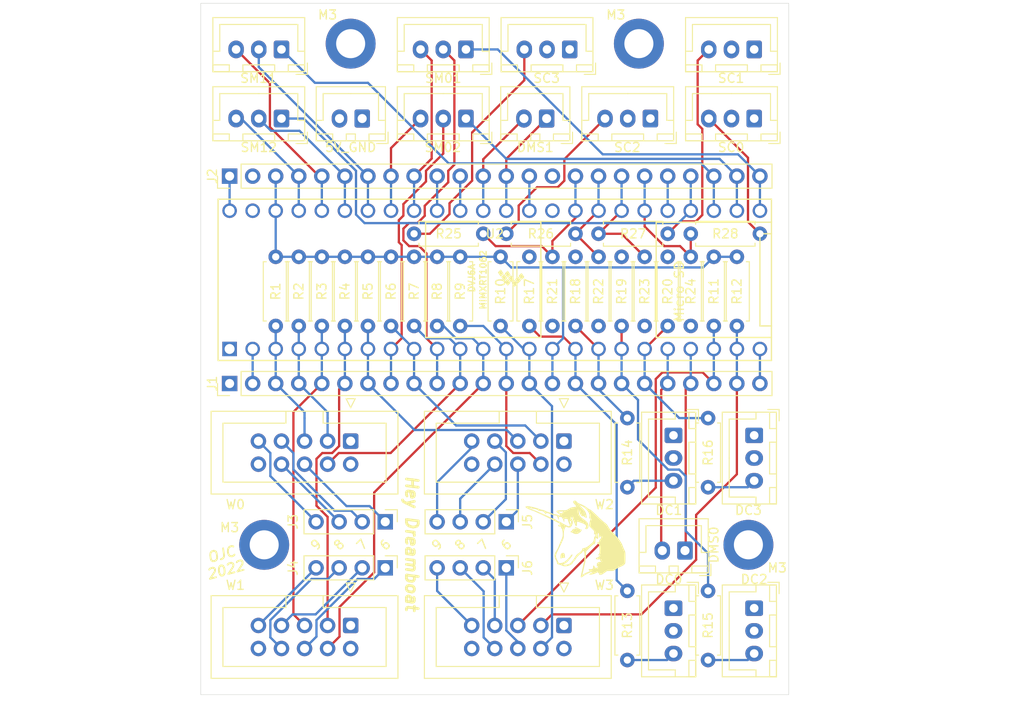
<source format=kicad_pcb>
(kicad_pcb (version 20221018) (generator pcbnew)
  (layers (0 "F.Cu" signal) (1 "In1.Cu" power) (2 "In2.Cu" power) (31 "B.Cu" signal) (35 "F.Paste" user) (37 "F.SilkS" user "F.Silkscreen") (38 "B.Mask" user) (39 "F.Mask" user) (44 "Edge.Cuts" user))
  (net 0 "")
  (net 1 "Net-(J1-Pad24)")
  (net 2 "Net-(J1-Pad23)")
  (net 3 "Net-(J1-Pad22)")
  (net 4 "Net-(J1-Pad15)")
  (net 5 "Net-(J1-Pad14)")
  (net 6 "Net-(J1-Pad13)")
  (net 7 "Net-(J1-Pad12)")
  (net 8 "Net-(J1-Pad11)")
  (net 9 "Net-(J1-Pad10)")
  (net 10 "Net-(J1-Pad9)")
  (net 11 "Net-(J1-Pad8)")
  (net 12 "Net-(J1-Pad7)")
  (net 13 "Net-(J1-Pad6)")
  (net 14 "Net-(J1-Pad5)")
  (net 15 "Net-(J1-Pad4)")
  (net 16 "Net-(J1-Pad3)")
  (net 17 "Net-(J1-Pad2)")
  (net 18 "Net-(J2-Pad24)")
  (net 19 "Net-(J2-Pad23)")
  (net 20 "Net-(J2-Pad22)")
  (net 21 "Net-(J2-Pad21)")
  (net 22 "Net-(J2-Pad20)")
  (net 23 "Net-(J2-Pad19)")
  (net 24 "Net-(J2-Pad18)")
  (net 25 "Net-(J2-Pad17)")
  (net 26 "Net-(J2-Pad16)")
  (net 27 "Net-(J2-Pad14)")
  (net 28 "Net-(J2-Pad11)")
  (net 29 "Net-(J2-Pad10)")
  (net 30 "Net-(J2-Pad9)")
  (net 31 "Net-(J2-Pad8)")
  (net 32 "Net-(J2-Pad7)")
  (net 33 "Net-(J2-Pad6)")
  (net 34 "Net-(J2-Pad5)")
  (net 35 "Net-(J2-Pad4)")
  (net 36 "Net-(J3-Pad4)")
  (net 37 "Net-(J3-Pad3)")
  (net 38 "Net-(J3-Pad2)")
  (net 39 "Net-(J3-Pad1)")
  (net 40 "Net-(J4-Pad4)")
  (net 41 "Net-(J4-Pad3)")
  (net 42 "Net-(J4-Pad2)")
  (net 43 "Net-(J4-Pad1)")
  (net 44 "Net-(J5-Pad4)")
  (net 45 "Net-(J5-Pad3)")
  (net 46 "Net-(J5-Pad2)")
  (net 47 "Net-(J5-Pad1)")
  (net 48 "Net-(J6-Pad4)")
  (net 49 "Net-(J6-Pad3)")
  (net 50 "Net-(J6-Pad2)")
  (net 51 "Net-(J6-Pad1)")
  (net 52 "Net-(W0-Pad10)")
  (net 53 "Net-(W1-Pad10)")
  (net 54 "Net-(W2-Pad10)")
  (net 55 "Net-(W3-Pad10)")
  (net 56 "Net-(DC0-Pad3)")
  (net 57 "Net-(DC1-Pad3)")
  (net 58 "Net-(DC2-Pad3)")
  (net 59 "Net-(DC3-Pad3)")
  (net 60 "Net-(J1-Pad19)")
  (net 61 "Net-(J1-Pad18)")
  (net 62 "Net-(J1-Pad17)")
  (net 63 "Net-(J1-Pad16)")
  (net 64 "Net-(R25-Pad1)")
  (net 65 "Net-(R26-Pad1)")
  (net 66 "Net-(R27-Pad1)")
  (net 67 "Net-(R28-Pad1)")
  (net 68 "Net-(5V_GND1-Pad2)")
  (net 69 "Net-(5V_GND1-Pad1)")
  (net 70 "Net-(J2-Pad1)")
  (net 71 "Net-(DMS0-Pad2)")
  (net 72 "Net-(DMS0-Pad1)")
  (net 73 "Net-(DMS1-Pad2)")
  (net 74 "Net-(DMS1-Pad1)")
  (footprint "Connector_PinHeader_2.54mm:PinHeader_1x24_P2.54mm_Vertical" (layer "F.Cu") (at 115.57 90.17 90)
    (fp_text reference "J1")
    (fp_text value "Conn_01x24_Male")
  )
  (footprint "Resistor_THT:R_Axial_DIN0207_L6.3mm_D2.5mm_P7.62mm_Horizontal" (layer "F.Cu") (at 138.43 83.82 90)
    (fp_text reference "R8")
    (fp_text value "R")
  )
  (footprint "Connector_PinHeader_2.54mm:PinHeader_1x24_P2.54mm_Vertical" (layer "F.Cu") (at 115.57 67.31 90)
    (fp_text reference "J2")
    (fp_text value "Conn_01x24_Male")
  )
  (footprint "Resistor_THT:R_Axial_DIN0207_L6.3mm_D2.5mm_P7.62mm_Horizontal" (layer "F.Cu") (at 133.35 83.82 90)
    (fp_text reference "R6")
    (fp_text value "R")
  )
  (footprint "Resistor_THT:R_Axial_DIN0207_L6.3mm_D2.5mm_P7.62mm_Horizontal" (layer "F.Cu") (at 123.19 83.82 90)
    (fp_text reference "R2")
    (fp_text value "R")
  )
  (footprint "Resistor_THT:R_Axial_DIN0207_L6.3mm_D2.5mm_P7.62mm_Horizontal" (layer "F.Cu") (at 130.81 83.82 90)
    (fp_text reference "R5")
    (fp_text value "R")
  )
  (footprint "Resistor_THT:R_Axial_DIN0207_L6.3mm_D2.5mm_P7.62mm_Horizontal" (layer "F.Cu") (at 125.73 83.82 90)
    (fp_text reference "R3")
    (fp_text value "R")
  )
  (footprint "Resistor_THT:R_Axial_DIN0207_L6.3mm_D2.5mm_P7.62mm_Horizontal" (layer "F.Cu") (at 120.65 83.82 90)
    (fp_text reference "R1")
    (fp_text value "R")
  )
  (footprint "Resistor_THT:R_Axial_DIN0207_L6.3mm_D2.5mm_P7.62mm_Horizontal" (layer "F.Cu") (at 128.27 83.82 90)
    (fp_text reference "R4")
    (fp_text value "R")
  )
  (footprint "Resistor_THT:R_Axial_DIN0207_L6.3mm_D2.5mm_P7.62mm_Horizontal" (layer "F.Cu") (at 168.91 83.82 90)
    (fp_text reference "R11")
    (fp_text value "R")
  )
  (footprint "Resistor_THT:R_Axial_DIN0207_L6.3mm_D2.5mm_P7.62mm_Horizontal" (layer "F.Cu") (at 171.45 83.82 90)
    (fp_text reference "R12")
    (fp_text value "R")
  )
  (footprint "MountingHole:MountingHole_3.2mm_M3_ISO14580_Pad_TopBottom" (layer "F.Cu") (at 160.655 52.705)
    (fp_text reference "M3")
    (fp_text value "MountingHole_3.2mm_M3_ISO14580_Pad_TopBottom")
  )
  (footprint "MountingHole:MountingHole_3.2mm_M3_ISO14580_Pad_TopBottom" (layer "F.Cu") (at 119.38 107.95)
    (fp_text reference "M3")
    (fp_text value "MountingHole_3.2mm_M3_ISO14580_Pad_TopBottom")
  )
  (footprint "MountingHole:MountingHole_3.2mm_M3_ISO14580_Pad_TopBottom" (layer "F.Cu") (at 172.72 107.95)
    (fp_text reference "M3")
    (fp_text value "MountingHole_3.2mm_M3_ISO14580_Pad_TopBottom")
  )
  (footprint "Resistor_THT:R_Axial_DIN0207_L6.3mm_D2.5mm_P7.62mm_Horizontal" (layer "F.Cu") (at 140.97 83.82 90)
    (fp_text reference "R9")
    (fp_text value "R")
  )
  (footprint "Resistor_THT:R_Axial_DIN0207_L6.3mm_D2.5mm_P7.62mm_Horizontal" (layer "F.Cu") (at 145.415 83.82 90)
    (fp_text reference "R10")
    (fp_text value "R")
  )
  (footprint "Resistor_THT:R_Axial_DIN0207_L6.3mm_D2.5mm_P7.62mm_Horizontal" (layer "F.Cu") (at 135.89 83.82 90)
    (fp_text reference "R7")
    (fp_text value "R")
  )
  (footprint "teensy:Teensy41_sidepinsonly" (layer "F.Cu") (at 144.78 78.74)
    (fp_text reference "U2")
    (fp_text value "Teensy4.1")
  )
  (footprint "Connector_PinHeader_2.54mm:PinHeader_1x04_P2.54mm_Vertical" (layer "F.Cu") (at 146.05 110.49 -90)
    (fp_text reference "J6")
    (fp_text value "Conn_01x04_Male")
  )
  (footprint "Connector_IDC:IDC-Header_2x05_P2.54mm_Vertical" (layer "F.Cu") (at 128.905 116.84 -90)
    (fp_text reference "W1")
    (fp_text value "Conn_02x05_Odd_Even")
  )
  (footprint "Connector_IDC:IDC-Header_2x05_P2.54mm_Vertical" (layer "F.Cu") (at 152.4 116.84 -90)
    (fp_text reference "W3")
    (fp_text value "Conn_02x05_Odd_Even")
  )
  (footprint "Connector_PinHeader_2.54mm:PinHeader_1x04_P2.54mm_Vertical" (layer "F.Cu") (at 132.715 110.49 -90)
    (fp_text reference "J4")
    (fp_text value "Conn_01x04_Male")
  )
  (footprint "Connector_PinHeader_2.54mm:PinHeader_1x04_P2.54mm_Vertical" (layer "F.Cu") (at 146.05 105.41 -90)
    (fp_text reference "J5")
    (fp_text value "Conn_01x04_Male")
  )
  (footprint "Connector_PinHeader_2.54mm:PinHeader_1x04_P2.54mm_Vertical" (layer "F.Cu") (at 132.715 105.41 -90)
    (fp_text reference "J3")
    (fp_text value "Conn_01x04_Male")
  )
  (footprint "Connector_IDC:IDC-Header_2x05_P2.54mm_Vertical" (layer "F.Cu") (at 152.4 96.52 -90)
    (fp_text reference "W2")
    (fp_text value "Conn_02x05_Odd_Even")
  )
  (footprint "images:unicorn4" (layer "F.Cu") (at 153.67 107.315)
    (fp_text reference "G***" hide)
    (fp_text value "LOGO" hide)
  )
  (footprint "Connector_JST:JST_XH_B3B-XH-A_1x03_P2.50mm_Vertical" (layer "F.Cu") (at 164.465 114.935 -90)
    (fp_text reference "DC0")
    (fp_text value "Conn_01x03_Male")
  )
  (footprint "Connector_JST:JST_XH_B3B-XH-A_1x03_P2.50mm_Vertical" (layer "F.Cu") (at 164.465 95.885 -90)
    (fp_text reference "DC1")
    (fp_text value "Conn_01x03_Male")
  )
  (footprint "Connector_JST:JST_XH_B3B-XH-A_1x03_P2.50mm_Vertical" (layer "F.Cu") (at 173.355 114.935 -90)
    (fp_text reference "DC2")
    (fp_text value "Conn_01x03_Male")
  )
  (footprint "Connector_JST:JST_XH_B3B-XH-A_1x03_P2.50mm_Vertical" (layer "F.Cu") (at 173.355 60.96 180)
    (fp_text reference "SC0")
    (fp_text value "Conn_01x03_Male")
  )
  (footprint "Connector_JST:JST_XH_B3B-XH-A_1x03_P2.50mm_Vertical" (layer "F.Cu") (at 173.355 53.34 180)
    (fp_text reference "SC1")
    (fp_text value "Conn_01x03_Male")
  )
  (footprint "Connector_JST:JST_XH_B3B-XH-A_1x03_P2.50mm_Vertical" (layer "F.Cu") (at 161.925 60.96 180)
    (fp_text reference "SC2")
    (fp_text value "Conn_01x03_Male")
  )
  (footprint "Connector_JST:JST_XH_B3B-XH-A_1x03_P2.50mm_Vertical" (layer "F.Cu") (at 153.035 53.34 180)
    (fp_text reference "SC3")
    (fp_text value "Conn_01x03_Male")
  )
  (footprint "Connector_IDC:IDC-Header_2x05_P2.54mm_Vertical" (layer "F.Cu") (at 128.905 96.52 -90)
    (fp_text reference "W0")
    (fp_text value "Conn_02x05_Odd_Even")
  )
  (footprint "Connector_JST:JST_XH_B3B-XH-A_1x03_P2.50mm_Vertical" (layer "F.Cu") (at 173.355 95.885 -90)
    (fp_text reference "DC3")
    (fp_text value "Conn_01x03_Male")
  )
  (footprint "MountingHole:MountingHole_3.2mm_M3_ISO14580_Pad_TopBottom" (layer "F.Cu") (at 128.905 52.705)
    (fp_text reference "M3")
    (fp_text value "MountingHole_3.2mm_M3_ISO14580_Pad_TopBottom")
  )
  (footprint "Resistor_THT:R_Axial_DIN0207_L6.3mm_D2.5mm_P7.62mm_Horizontal" (layer "F.Cu") (at 159.385 93.98 -90)
    (fp_text reference "R14")
    (fp_text value "R")
  )
  (footprint "Resistor_THT:R_Axial_DIN0207_L6.3mm_D2.5mm_P7.62mm_Horizontal" (layer "F.Cu") (at 168.275 113.03 -90)
    (fp_text reference "R15")
    (fp_text value "R")
  )
  (footprint "Resistor_THT:R_Axial_DIN0207_L6.3mm_D2.5mm_P7.62mm_Horizontal" (layer "F.Cu") (at 168.275 93.98 -90)
    (fp_text reference "R16")
    (fp_text value "R")
  )
  (footprint "Resistor_THT:R_Axial_DIN0207_L6.3mm_D2.5mm_P7.62mm_Horizontal" (layer "F.Cu") (at 148.59 76.2 -90)
    (fp_text reference "R17")
    (fp_text value "R")
  )
  (footprint "Resistor_THT:R_Axial_DIN0207_L6.3mm_D2.5mm_P7.62mm_Horizontal" (layer "F.Cu") (at 153.67 76.2 -90)
    (fp_text reference "R18")
    (fp_text value "R")
  )
  (footprint "Resistor_THT:R_Axial_DIN0207_L6.3mm_D2.5mm_P7.62mm_Horizontal" (layer "F.Cu") (at 158.75 76.2 -90)
    (fp_text reference "R19")
    (fp_text value "R")
  )
  (footprint "Resistor_THT:R_Axial_DIN0207_L6.3mm_D2.5mm_P7.62mm_Horizontal" (layer "F.Cu") (at 163.83 76.2 -90)
    (fp_text reference "R20")
    (fp_text value "R")
  )
  (footprint "Resistor_THT:R_Axial_DIN0207_L6.3mm_D2.5mm_P7.62mm_Horizontal" (layer "F.Cu") (at 156.21 76.2 -90)
    (fp_text reference "R22")
    (fp_text value "R")
  )
  (footprint "Resistor_THT:R_Axial_DIN0207_L6.3mm_D2.5mm_P7.62mm_Horizontal" (layer "F.Cu") (at 161.29 76.2 -90)
    (fp_text reference "R23")
    (fp_text value "R")
  )
  (footprint "Resistor_THT:R_Axial_DIN0207_L6.3mm_D2.5mm_P7.62mm_Horizontal" (layer "F.Cu") (at 166.37 76.2 -90)
    (fp_text reference "R24")
    (fp_text value "R")
  )
  (footprint "Resistor_THT:R_Axial_DIN0207_L6.3mm_D2.5mm_P7.62mm_Horizontal" (layer "F.Cu") (at 159.385 113.03 -90)
    (fp_text reference "R13")
    (fp_text value "R")
  )
  (footprint "Resistor_THT:R_Axial_DIN0207_L6.3mm_D2.5mm_P7.62mm_Horizontal" (layer "F.Cu") (at 151.13 76.2 -90)
    (fp_text reference "R21")
    (fp_text value "R")
  )
  (footprint "Connector_JST:JST_XH_B3B-XH-A_1x03_P2.50mm_Vertical" (layer "F.Cu") (at 141.605 53.34 180)
    (fp_text reference "SM01")
    (fp_text value "Conn_01x03_Male")
  )
  (footprint "Connector_JST:JST_XH_B3B-XH-A_1x03_P2.50mm_Vertical" (layer "F.Cu") (at 141.605 60.96 180)
    (fp_text reference "SM02")
    (fp_text value "Conn_01x03_Male")
  )
  (footprint "Connector_JST:JST_XH_B3B-XH-A_1x03_P2.50mm_Vertical" (layer "F.Cu") (at 121.285 53.34 180)
    (fp_text reference "SM11")
    (fp_text value "Conn_01x03_Male")
  )
  (footprint "Connector_JST:JST_XH_B3B-XH-A_1x03_P2.50mm_Vertical" (layer "F.Cu") (at 121.285 60.96 180)
    (fp_text reference "SM12")
    (fp_text value "Conn_01x03_Male")
  )
  (footprint "Resistor_THT:R_Axial_DIN0207_L6.3mm_D2.5mm_P7.62mm_Horizontal" (layer "F.Cu") (at 163.83 73.66 180)
    (fp_text reference "R27")
    (fp_text value "R")
  )
  (footprint "Resistor_THT:R_Axial_DIN0207_L6.3mm_D2.5mm_P7.62mm_Horizontal" (layer "F.Cu") (at 135.89 73.66)
    (fp_text reference "R25")
    (fp_text value "R")
  )
  (footprint "Resistor_THT:R_Axial_DIN0207_L6.3mm_D2.5mm_P7.62mm_Horizontal" (layer "F.Cu") (at 146.05 73.66)
    (fp_text reference "R26")
    (fp_text value "R")
  )
  (footprint "Resistor_THT:R_Axial_DIN0207_L6.3mm_D2.5mm_P7.62mm_Horizontal" (layer "F.Cu") (at 173.99 73.66 180)
    (fp_text reference "R28")
    (fp_text value "R")
  )
  (footprint "Connector_JST:JST_XH_B2B-XH-A_1x02_P2.50mm_Vertical" (layer "F.Cu") (at 165.735 108.585 180)
    (fp_text reference "DMS0")
    (fp_text value "Conn_01x02_Male")
  )
  (footprint "Connector_JST:JST_XH_B2B-XH-A_1x02_P2.50mm_Vertical" (layer "F.Cu") (at 150.495 60.96 180)
    (fp_text reference "DMS1")
    (fp_text value "Conn_01x02_Male")
  )
  (footprint "Connector_JST:JST_XH_B2B-XH-A_1x02_P2.50mm_Vertical" (layer "F.Cu") (at 130.175 60.96 180)
    (fp_text reference "5V_GND")
    (fp_text value "Conn_01x02_Male")
  )
  (gr_line (start 112.395 124.46) (end 112.395 48.26) (stroke (width 0.05)) (layer "Edge.Cuts"))
  (gr_line (start 177.165 48.26) (end 177.165 124.46) (stroke (width 0.05)) (layer "Edge.Cuts"))
  (gr_line (start 177.165 124.46) (end 112.395 124.46) (stroke (width 0.05)) (layer "Edge.Cuts"))
  (gr_line (start 112.395 48.26) (end 177.165 48.26) (stroke (width 0.05)) (layer "Edge.Cuts"))
  (gr_text "OJC\n2022" (at 114.935 109.855 15) (layer "F.SilkS") (effects (font (size 1.1 1.1) (thickness 0.2) italic)))
  (gr_text "Hey Dreamboat" (at 135.636 107.823 -90) (layer "F.SilkS") (effects (font (size 1.3 1.3) (thickness 0.3) italic)))
  (gr_text "6" (at 132.715 107.95 45) (layer "F.SilkS") (effects (font (size 1 1))))
  (gr_text "9" (at 125.095 107.95 45) (layer "F.SilkS") (effects (font (size 1 1))))
  (gr_text "8" (at 127.635 107.95 45) (layer "F.SilkS") (effects (font (size 1 1))))
  (gr_text "7" (at 130.175 107.95 45) (layer "F.SilkS") (effects (font (size 1 1))))
  (gr_text "6" (at 146.05 107.95 45) (layer "F.SilkS") (effects (font (size 1 1))))
  (gr_text "8" (at 140.97 107.95 45) (layer "F.SilkS") (effects (font (size 1 1))))
  (gr_text "7" (at 143.51 107.95 45) (layer "F.SilkS") (effects (font (size 1 1))))
  (gr_text "9" (at 138.43 107.95 45) (layer "F.SilkS") (effects (font (size 1 1))))
  (segment (start 173.99 86.36) (end 173.99 90.17) (width 0.25) (layer "B.Cu") (net 1))
  (segment (start 171.45 100.164002) (end 166.96001 104.653992) (width 0.25) (layer "F.Cu") (net 2))
  (segment (start 166.96001 109.59389) (end 160.93891 115.61499) (width 0.25) (layer "F.Cu") (net 2))
  (segment (start 171.45 90.17) (end 171.45 100.164002) (width 0.25) (layer "F.Cu") (net 2))
  (segment (start 166.96001 104.653992) (end 166.96001 109.59389) (width 0.25) (layer "F.Cu") (net 2))
  (segment (start 151.08501 115.61499) (end 149.86 116.84) (width 0.25) (layer "F.Cu") (net 2))
  (segment (start 160.93891 115.61499) (end 151.08501 115.61499) (width 0.25) (layer "F.Cu") (net 2))
  (segment (start 171.45 86.36) (end 171.45 90.17) (width 0.25) (layer "B.Cu") (net 2))
  (segment (start 171.45 83.82) (end 171.45 86.36) (width 0.25) (layer "B.Cu") (net 2))
  (segment (start 162.515001 89.671997) (end 162.515001 101.644999) (width 0.25) (layer "F.Cu") (net 3))
  (segment (start 168.91 90.17) (end 167.684999 88.944999) (width 0.25) (layer "F.Cu") (net 3))
  (segment (start 162.515001 101.644999) (end 147.32 116.84) (width 0.25) (layer "F.Cu") (net 3))
  (segment (start 167.684999 88.944999) (end 163.241999 88.944999) (width 0.25) (layer "F.Cu") (net 3))
  (segment (start 163.241999 88.944999) (end 162.515001 89.671997) (width 0.25) (layer "F.Cu") (net 3))
  (segment (start 168.91 83.82) (end 168.91 86.36) (width 0.25) (layer "B.Cu") (net 3))
  (segment (start 168.91 86.36) (end 168.91 90.17) (width 0.25) (layer "B.Cu") (net 3))
  (segment (start 152.305001 77.375001) (end 167.734999 77.375001) (width 0.25) (layer "B.Cu") (net 4))
  (segment (start 145.415 76.2) (end 146.590001 77.375001) (width 0.25) (layer "B.Cu") (net 4))
  (segment (start 130.81 76.2) (end 135.89 76.2) (width 0.25) (layer "B.Cu") (net 4))
  (segment (start 120.65 71.12) (end 120.65 76.2) (width 0.25) (layer "B.Cu") (net 4))
  (segment (start 123.19 76.2) (end 125.73 76.2) (width 0.25) (layer "B.Cu") (net 4))
  (segment (start 168.91 76.2) (end 171.45 76.2) (width 0.25) (layer "B.Cu") (net 4))
  (segment (start 120.65 71.12) (end 120.65 67.31) (width 0.25) (layer "B.Cu") (net 4))
  (segment (start 140.97 76.2) (end 145.415 76.2) (width 0.25) (layer "B.Cu") (net 4))
  (segment (start 125.73 76.2) (end 128.27 76.2) (width 0.25) (layer "B.Cu") (net 4))
  (segment (start 151.13 86.36) (end 151.13 90.17) (width 0.25) (layer "B.Cu") (net 4))
  (segment (start 120.65 76.2) (end 123.19 76.2) (width 0.25) (layer "B.Cu") (net 4))
  (segment (start 152.305001 85.184999) (end 152.305001 77.375001) (width 0.25) (layer "B.Cu") (net 4))
  (segment (start 167.734999 77.375001) (end 168.91 76.2) (width 0.25) (layer "B.Cu") (net 4))
  (segment (start 151.13 86.36) (end 152.305001 85.184999) (width 0.25) (layer "B.Cu") (net 4))
  (segment (start 140.97 76.2) (end 138.00499 76.2) (width 0.25) (layer "B.Cu") (net 4))
  (segment (start 138.00499 76.2) (end 135.89 76.2) (width 0.25) (layer "B.Cu") (net 4))
  (segment (start 146.590001 77.375001) (end 152.305001 77.375001) (width 0.25) (layer "B.Cu") (net 4))
  (segment (start 128.27 76.2) (end 130.81 76.2) (width 0.25) (layer "B.Cu") (net 4))
  (segment (start 148.59 90.17) (end 151.085001 92.665001) (width 0.25) (layer "B.Cu") (net 5))
  (segment (start 147.955 86.36) (end 148.59 86.36) (width 0.25) (layer "B.Cu") (net 5))
  (segment (start 145.415 83.82) (end 147.955 86.36) (width 0.25) (layer "B.Cu") (net 5))
  (segment (start 151.085001 118.154999) (end 149.86 119.38) (width 0.25) (layer "B.Cu") (net 5))
  (segment (start 151.085001 92.665001) (end 151.085001 118.154999) (width 0.25) (layer "B.Cu") (net 5))
  (segment (start 148.59 86.36) (end 148.59 90.17) (width 0.25) (layer "B.Cu") (net 5))
  (segment (start 146.05 97.063002) (end 146.821997 97.834999) (width 0.25) (layer "F.Cu") (net 6))
  (segment (start 146.821997 97.834999) (end 148.634999 97.834999) (width 0.25) (layer "F.Cu") (net 6))
  (segment (start 148.634999 97.834999) (end 149.86 99.06) (width 0.25) (layer "F.Cu") (net 6))
  (segment (start 146.05 90.17) (end 146.05 97.063002) (width 0.25) (layer "F.Cu") (net 6))
  (segment (start 146.05 86.36) (end 146.05 90.17) (width 0.25) (layer "B.Cu") (net 6))
  (segment (start 143.51 83.82) (end 140.97 83.82) (width 0.25) (layer "B.Cu") (net 6))
  (segment (start 146.05 86.36) (end 143.51 83.82) (width 0.25) (layer "B.Cu") (net 6))
  (segment (start 132.124999 101.555001) (end 143.51 90.17) (width 0.25) (layer "F.Cu") (net 7))
  (segment (start 127.67999 114.798012) (end 131.489999 110.988003) (width 0.25) (layer "F.Cu") (net 7))
  (segment (start 127.67999 118.06501) (end 127.67999 114.798012) (width 0.25) (layer "F.Cu") (net 7))
  (segment (start 126.365 119.38) (end 127.67999 118.06501) (width 0.25) (layer "F.Cu") (net 7))
  (segment (start 131.489999 110.988003) (end 131.489999 102.190001) (width 0.25) (layer "F.Cu") (net 7))
  (segment (start 132.124999 101.555001) (end 131.489999 102.190001) (width 0.25) (layer "F.Cu") (net 7))
  (segment (start 143.51 86.36) (end 142.334999 85.184999) (width 0.25) (layer "B.Cu") (net 7))
  (segment (start 142.334999 85.184999) (end 140.502119 85.184999) (width 0.25) (layer "B.Cu") (net 7))
  (segment (start 139.13712 83.82) (end 138.43 83.82) (width 0.25) (layer "B.Cu") (net 7))
  (segment (start 140.502119 85.184999) (end 139.13712 83.82) (width 0.25) (layer "B.Cu") (net 7))
  (segment (start 143.51 86.36) (end 143.51 90.17) (width 0.25) (layer "B.Cu") (net 7))
  (segment (start 140.97 90.17) (end 133.305001 97.834999) (width 0.25) (layer "F.Cu") (net 8))
  (segment (start 127.590001 97.834999) (end 126.365 99.06) (width 0.25) (layer "F.Cu") (net 8))
  (segment (start 133.305001 97.834999) (end 127.590001 97.834999) (width 0.25) (layer "F.Cu") (net 8))
  (segment (start 137.254999 85.184999) (end 135.89 83.82) (width 0.25) (layer "B.Cu") (net 8))
  (segment (start 140.97 86.36) (end 139.794999 85.184999) (width 0.25) (layer "B.Cu") (net 8))
  (segment (start 139.794999 85.184999) (end 137.254999 85.184999) (width 0.25) (layer "B.Cu") (net 8))
  (segment (start 140.97 86.36) (end 140.97 90.17) (width 0.25) (layer "B.Cu") (net 8))
  (segment (start 135.325999 72.484999) (end 134.714999 73.095999) (width 0.25) (layer "F.Cu") (net 9))
  (segment (start 136.264003 72.484999) (end 135.325999 72.484999) (width 0.25) (layer "F.Cu") (net 9))
  (segment (start 139.105 53.34) (end 140.33001 54.56501) (width 0.25) (layer "F.Cu") (net 9))
  (segment (start 139.655001 66.721999) (end 139.655001 67.989999) (width 0.25) (layer "F.Cu") (net 9))
  (segment (start 139.655001 67.989999) (end 137.065001 70.579999) (width 0.25) (layer "F.Cu") (net 9))
  (segment (start 137.065001 70.579999) (end 137.065001 71.684001) (width 0.25) (layer "F.Cu") (net 9))
  (segment (start 137.254999 85.184999) (end 138.43 86.36) (width 0.25) (layer "F.Cu") (net 9))
  (segment (start 135.349999 75.024999) (end 136.454001 75.024999) (width 0.25) (layer "F.Cu") (net 9))
  (segment (start 140.33001 66.04699) (end 139.655001 66.721999) (width 0.25) (layer "F.Cu") (net 9))
  (segment (start 137.065001 71.684001) (end 136.264003 72.484999) (width 0.25) (layer "F.Cu") (net 9))
  (segment (start 140.33001 54.56501) (end 140.33001 66.04699) (width 0.25) (layer "F.Cu") (net 9))
  (segment (start 136.454001 75.024999) (end 137.254999 75.825997) (width 0.25) (layer "F.Cu") (net 9))
  (segment (start 137.254999 75.825997) (end 137.254999 85.184999) (width 0.25) (layer "F.Cu") (net 9))
  (segment (start 134.714999 73.095999) (end 134.714999 74.389999) (width 0.25) (layer "F.Cu") (net 9))
  (segment (start 134.714999 74.389999) (end 135.349999 75.024999) (width 0.25) (layer "F.Cu") (net 9))
  (segment (start 138.43 86.36) (end 138.43 88.265) (width 0.25) (layer "B.Cu") (net 9))
  (segment (start 138.43 88.265) (end 138.43 90.17) (width 0.25) (layer "B.Cu") (net 9))
  (segment (start 133.35 83.82) (end 135.89 86.36) (width 0.25) (layer "B.Cu") (net 10))
  (segment (start 135.89 86.36) (end 135.89 90.17) (width 0.25) (layer "B.Cu") (net 10))
  (segment (start 149.86 96.52) (end 148.134989 94.794989) (width 0.25) (layer "B.Cu") (net 10))
  (segment (start 148.134989 94.794989) (end 140.514989 94.794989) (width 0.25) (layer "B.Cu") (net 10))
  (segment (start 140.514989 94.794989) (end 135.89 90.17) (width 0.25) (layer "B.Cu") (net 10))
  (segment (start 134.714999 71.660001) (end 134.714999 70.388001) (width 0.25) (layer "F.Cu") (net 11))
  (segment (start 134.214989 72.160011) (end 134.714999 71.660001) (width 0.25) (layer "F.Cu") (net 11))
  (segment (start 134.525001 85.184999) (end 134.525001 74.907121) (width 0.25) (layer "F.Cu") (net 11))
  (segment (start 134.714999 70.388001) (end 137.204999 67.898001) (width 0.25) (layer "F.Cu") (net 11))
  (segment (start 137.204999 67.898001) (end 137.204999 66.721999) (width 0.25) (layer "F.Cu") (net 11))
  (segment (start 133.35 86.36) (end 134.525001 85.184999) (width 0.25) (layer "F.Cu") (net 11))
  (segment (start 137.204999 66.721999) (end 139.105 64.821998) (width 0.25) (layer "F.Cu") (net 11))
  (segment (start 134.214989 74.597109) (end 134.214989 72.160011) (width 0.25) (layer "F.Cu") (net 11))
  (segment (start 134.525001 74.907121) (end 134.214989 74.597109) (width 0.25) (layer "F.Cu") (net 11))
  (segment (start 139.105 64.821998) (end 139.105 60.96) (width 0.25) (layer "F.Cu") (net 11))
  (segment (start 133.35 86.36) (end 133.35 87.63) (width 0.25) (layer "B.Cu") (net 11))
  (segment (start 133.35 87.63) (end 133.35 90.17) (width 0.25) (layer "B.Cu") (net 11))
  (segment (start 130.81 86.36) (end 130.81 90.17) (width 0.25) (layer "B.Cu") (net 12))
  (segment (start 135.934999 95.294999) (end 130.81 90.17) (width 0.25) (layer "B.Cu") (net 12))
  (segment (start 130.81 83.82) (end 130.81 86.36) (width 0.25) (layer "B.Cu") (net 12))
  (segment (start 147.32 96.52) (end 146.094999 95.294999) (width 0.25) (layer "B.Cu") (net 12))
  (segment (start 146.094999 95.294999) (end 135.934999 95.294999) (width 0.25) (layer "B.Cu") (net 12))
  (segment (start 126.365 104.866998) (end 126.365 116.84) (width 0.25) (layer "F.Cu") (net 13))
  (segment (start 127.635 97.063002) (end 127.635 90.805) (width 0.25) (layer "F.Cu") (net 13))
  (segment (start 127.635 97.063002) (end 126.863003 97.834999) (width 0.25) (layer "F.Cu") (net 13))
  (segment (start 125.139999 103.641997) (end 126.365 104.866998) (width 0.25) (layer "F.Cu") (net 13))
  (segment (start 125.776999 97.834999) (end 125.139999 98.471999) (width 0.25) (layer "F.Cu") (net 13))
  (segment (start 126.863003 97.834999) (end 125.776999 97.834999) (width 0.25) (layer "F.Cu") (net 13))
  (segment (start 125.139999 98.471999) (end 125.139999 103.641997) (width 0.25) (layer "F.Cu") (net 13))
  (segment (start 127.635 90.805) (end 128.27 90.17) (width 0.25) (layer "F.Cu") (net 13))
  (segment (start 128.27 90.17) (end 128.27 86.36) (width 0.25) (layer "B.Cu") (net 13))
  (segment (start 128.27 83.82) (end 128.27 86.36) (width 0.25) (layer "B.Cu") (net 13))
  (segment (start 122.599999 93.300001) (end 122.599999 115.614999) (width 0.25) (layer "F.Cu") (net 14))
  (segment (start 122.599999 115.614999) (end 123.825 116.84) (width 0.25) (layer "F.Cu") (net 14))
  (segment (start 125.73 90.17) (end 122.599999 93.300001) (width 0.25) (layer "F.Cu") (net 14))
  (segment (start 125.73 90.17) (end 125.73 86.36) (width 0.25) (layer "B.Cu") (net 14))
  (segment (start 125.73 83.82) (end 125.73 86.36) (width 0.25) (layer "B.Cu") (net 14))
  (segment (start 123.19 83.82) (end 123.19 86.36) (width 0.25) (layer "B.Cu") (net 15))
  (segment (start 123.19 90.17) (end 123.19 86.36) (width 0.25) (layer "B.Cu") (net 15))
  (segment (start 126.365 96.52) (end 126.365 93.98) (width 0.25) (layer "B.Cu") (net 15))
  (segment (start 126.365 93.345) (end 123.19 90.17) (width 0.25) (layer "B.Cu") (net 15))
  (segment (start 126.365 93.98) (end 126.365 93.345) (width 0.25) (layer "B.Cu") (net 15))
  (segment (start 123.825 93.345) (end 120.65 90.17) (width 0.25) (layer "B.Cu") (net 16))
  (segment (start 120.65 83.82) (end 120.65 86.36) (width 0.25) (layer "B.Cu") (net 16))
  (segment (start 120.65 90.17) (end 120.65 86.36) (width 0.25) (layer "B.Cu") (net 16))
  (segment (start 123.825 93.98) (end 123.825 93.345) (width 0.25) (layer "B.Cu") (net 16))
  (segment (start 123.825 96.52) (end 123.825 93.98) (width 0.25) (layer "B.Cu") (net 16))
  (segment (start 118.11 90.17) (end 118.11 86.36) (width 0.25) (layer "B.Cu") (net 17))
  (segment (start 173.99 67.31) (end 171.58499 64.90499) (width 0.25) (layer "B.Cu") (net 18))
  (segment (start 171.58499 64.90499) (end 156.67389 64.90499) (width 0.25) (layer "B.Cu") (net 18))
  (segment (start 173.99 67.31) (end 173.99 71.12) (width 0.25) (layer "B.Cu") (net 18))
  (segment (start 145.1089 53.34) (end 141.605 53.34) (width 0.25) (layer "B.Cu") (net 18))
  (segment (start 156.67389 64.90499) (end 145.1089 53.34) (width 0.25) (layer "B.Cu") (net 18))
  (segment (start 146.05 65.405) (end 141.605 60.96) (width 0.25) (layer "B.Cu") (net 19))
  (segment (start 171.45 71.12) (end 171.45 67.31) (width 0.25) (layer "B.Cu") (net 19))
  (segment (start 171.45 67.31) (end 169.545 65.405) (width 0.25) (layer "B.Cu") (net 19))
  (segment (start 169.545 65.405) (end 146.05 65.405) (width 0.25) (layer "B.Cu") (net 19))
  (segment (start 167.505008 65.905008) (end 139.692583 65.905008) (width 0.25) (layer "B.Cu") (net 20))
  (segment (start 168.91 67.31) (end 167.505008 65.905008) (width 0.25) (layer "B.Cu") (net 20))
  (segment (start 124.967425 57.022425) (end 121.285 53.34) (width 0.25) (layer "B.Cu") (net 20))
  (segment (start 130.81 57.022425) (end 124.967425 57.022425) (width 0.25) (layer "B.Cu") (net 20))
  (segment (start 139.692583 65.905008) (end 130.81 57.022425) (width 0.25) (layer "B.Cu") (net 20))
  (segment (start 168.91 67.31) (end 168.91 71.12) (width 0.25) (layer "B.Cu") (net 20))
  (segment (start 123.733002 60.96) (end 121.285 60.96) (width 0.25) (layer "B.Cu") (net 21))
  (segment (start 130.435997 72.484999) (end 129.495001 71.544003) (width 0.25) (layer "B.Cu") (net 21))
  (segment (start 166.37 71.12) (end 166.37 67.31) (width 0.25) (layer "B.Cu") (net 21))
  (segment (start 129.495001 71.544003) (end 129.495001 66.721999) (width 0.25) (layer "B.Cu") (net 21))
  (segment (start 166.37 71.12) (end 165.005001 72.484999) (width 0.25) (layer "B.Cu") (net 21))
  (segment (start 129.495001 66.721999) (end 123.733002 60.96) (width 0.25) (layer "B.Cu") (net 21))
  (segment (start 165.005001 72.484999) (end 130.435997 72.484999) (width 0.25) (layer "B.Cu") (net 21))
  (segment (start 163.83 67.31) (end 163.83 71.12) (width 0.25) (layer "B.Cu") (net 22))
  (segment (start 161.29 71.12) (end 161.29 72.859002) (width 0.25) (layer "F.Cu") (net 23))
  (segment (start 163.455997 75.024999) (end 165.194999 75.024999) (width 0.25) (layer "F.Cu") (net 23))
  (segment (start 165.194999 75.024999) (end 166.37 76.2) (width 0.25) (layer "F.Cu") (net 23))
  (segment (start 166.37 73.66) (end 166.37 76.2) (width 0.25) (layer "F.Cu") (net 23))
  (segment (start 161.29 72.859002) (end 163.455997 75.024999) (width 0.25) (layer "F.Cu") (net 23))
  (segment (start 161.29 71.12) (end 161.29 67.31) (width 0.25) (layer "B.Cu") (net 23))
  (segment (start 156.21 73.66) (end 158.75 73.66) (width 0.25) (layer "F.Cu") (net 24))
  (segment (start 156.21 73.66) (end 158.75 71.12) (width 0.25) (layer "F.Cu") (net 24))
  (segment (start 158.75 73.66) (end 161.29 76.2) (width 0.25) (layer "F.Cu") (net 24))
  (segment (start 158.75 67.31) (end 158.75 71.12) (width 0.25) (layer "B.Cu") (net 24))
  (segment (start 153.67 73.66) (end 156.21 71.12) (width 0.25) (layer "F.Cu") (net 25))
  (segment (start 153.67 73.66) (end 156.21 76.2) (width 0.25) (layer "F.Cu") (net 25))
  (segment (start 156.21 71.12) (end 156.21 67.31) (width 0.25) (layer "B.Cu") (net 25))
  (segment (start 143.51 73.66) (end 144.874999 75.024999) (width 0.25) (layer "F.Cu") (net 26))
  (segment (start 144.874999 75.024999) (end 149.954999 75.024999) (width 0.25) (layer "F.Cu") (net 26))
  (segment (start 151.13 76.2) (end 151.13 74.460998) (width 0.25) (layer "F.Cu") (net 26))
  (segment (start 153.67 71.920998) (end 153.67 71.12) (width 0.25) (layer "F.Cu") (net 26))
  (segment (start 149.954999 75.024999) (end 151.13 76.2) (width 0.25) (layer "F.Cu") (net 26))
  (segment (start 151.13 74.460998) (end 153.67 71.920998) (width 0.25) (layer "F.Cu") (net 26))
  (segment (start 153.67 67.31) (end 153.67 71.12) (width 0.25) (layer "B.Cu") (net 26))
  (segment (start 148.59 67.31) (end 148.59 71.12) (width 0.25) (layer "B.Cu") (net 27))
  (segment (start 140.97 71.12) (end 140.97 67.31) (width 0.25) (layer "B.Cu") (net 28))
  (segment (start 138.43 67.31) (end 138.43 71.12) (width 0.25) (layer "B.Cu") (net 29))
  (segment (start 137.83001 65.36999) (end 137.83001 54.56501) (width 0.25) (layer "F.Cu") (net 30))
  (segment (start 135.89 67.31) (end 137.83001 65.36999) (width 0.25) (layer "F.Cu") (net 30))
  (segment (start 137.83001 54.56501) (end 136.605 53.34) (width 0.25) (layer "F.Cu") (net 30))
  (segment (start 135.89 71.12) (end 135.89 67.31) (width 0.25) (layer "B.Cu") (net 30))
  (segment (start 133.35 64.215) (end 136.605 60.96) (width 0.25) (layer "F.Cu") (net 31))
  (segment (start 133.35 67.31) (end 133.35 64.215) (width 0.25) (layer "F.Cu") (net 31))
  (segment (start 133.35 67.31) (end 133.35 71.12) (width 0.25) (layer "B.Cu") (net 31))
  (segment (start 130.81 67.31) (end 118.785 55.285) (width 0.25) (layer "B.Cu") (net 32))
  (segment (start 118.785 55.285) (end 118.785 53.34) (width 0.25) (layer "B.Cu") (net 32))
  (segment (start 130.81 71.12) (end 130.81 67.31) (width 0.25) (layer "B.Cu") (net 32))
  (segment (start 120.13501 62.31001) (end 123.27001 62.31001) (width 0.25) (layer "B.Cu") (net 33))
  (segment (start 123.27001 62.31001) (end 128.27 67.31) (width 0.25) (layer "B.Cu") (net 33))
  (segment (start 128.27 67.31) (end 128.27 71.12) (width 0.25) (layer "B.Cu") (net 33))
  (segment (start 118.785 60.96) (end 120.13501 62.31001) (width 0.25) (layer "B.Cu") (net 33))
  (segment (start 120.01001 61.89391) (end 120.01001 57.06501) (width 0.25) (layer "F.Cu") (net 34))
  (segment (start 125.4261 67.31) (end 120.01001 61.89391) (width 0.25) (layer "F.Cu") (net 34))
  (segment (start 120.01001 57.06501) (end 116.285 53.34) (width 0.25) (layer "F.Cu") (net 34))
  (segment (start 125.73 67.31) (end 125.4261 67.31) (width 0.25) (layer "F.Cu") (net 34))
  (segment (start 125.73 71.12) (end 125.73 67.31) (width 0.25) (layer "B.Cu") (net 34))
  (segment (start 123.19 67.31) (end 123.19 67.945) (width 0.25) (layer "F.Cu") (net 35))
  (segment (start 123.19 71.12) (end 123.19 67.31) (width 0.25) (layer "B.Cu") (net 35))
  (segment (start 116.285 60.96) (end 116.84 60.96) (width 0.25) (layer "B.Cu") (net 35))
  (segment (start 116.84 60.96) (end 123.19 67.31) (width 0.25) (layer "B.Cu") (net 35))
  (segment (start 118.745 96.52) (end 120.059999 97.834999) (width 0.25) (layer "B.Cu") (net 36))
  (segment (start 120.059999 97.834999) (end 120.059999 100.374999) (width 0.25) (layer "B.Cu") (net 36))
  (segment (start 120.059999 100.374999) (end 125.095 105.41) (width 0.25) (layer "B.Cu") (net 36))
  (segment (start 121.285 99.06) (end 127.635 105.41) (width 0.25) (layer "B.Cu") (net 37))
  (segment (start 121.285 96.52) (end 122.599999 97.834999) (width 0.25) (layer "B.Cu") (net 38))
  (segment (start 122.599999 97.834999) (end 122.599999 99.648001) (width 0.25) (layer "B.Cu") (net 38))
  (segment (start 128.949999 104.184999) (end 130.175 105.41) (width 0.25) (layer "B.Cu") (net 38))
  (segment (start 122.599999 99.648001) (end 127.136997 104.184999) (width 0.25) (layer "B.Cu") (net 38))
  (segment (start 127.136997 104.184999) (end 128.949999 104.184999) (width 0.25) (layer "B.Cu") (net 38))
  (segment (start 130.989989 103.684989) (end 128.449989 103.684989) (width 0.25) (layer "B.Cu") (net 39))
  (segment (start 128.449989 103.684989) (end 123.825 99.06) (width 0.25) (layer "B.Cu") (net 39))
  (segment (start 132.715 105.41) (end 130.989989 103.684989) (width 0.25) (layer "B.Cu") (net 39))
  (segment (start 118.745 116.84) (end 125.095 110.49) (width 0.25) (layer "B.Cu") (net 40))
  (segment (start 124.596997 111.715001) (end 126.409999 111.715001) (width 0.25) (layer "B.Cu") (net 41))
  (segment (start 121.285 119.38) (end 120.059999 118.154999) (width 0.25) (layer "B.Cu") (net 41))
  (segment (start 120.059999 116.251999) (end 124.596997 111.715001) (width 0.25) (layer "B.Cu") (net 41))
  (segment (start 120.059999 118.154999) (end 120.059999 116.251999) (width 0.25) (layer "B.Cu") (net 41))
  (segment (start 126.409999 111.715001) (end 127.635 110.49) (width 0.25) (layer "B.Cu") (net 41))
  (segment (start 122.510001 115.614999) (end 125.050001 115.614999) (width 0.25) (layer "B.Cu") (net 42))
  (segment (start 125.050001 115.614999) (end 130.175 110.49) (width 0.25) (layer "B.Cu") (net 42))
  (segment (start 121.285 116.84) (end 122.510001 115.614999) (width 0.25) (layer "B.Cu") (net 42))
  (segment (start 125.139999 116.251999) (end 129.676997 111.715001) (width 0.25) (layer "B.Cu") (net 43))
  (segment (start 129.676997 111.715001) (end 131.489999 111.715001) (width 0.25) (layer "B.Cu") (net 43))
  (segment (start 123.825 119.38) (end 125.139999 118.065001) (width 0.25) (layer "B.Cu") (net 43))
  (segment (start 131.489999 111.715001) (end 132.715 110.49) (width 0.25) (layer "B.Cu") (net 43))
  (segment (start 125.139999 118.065001) (end 125.139999 116.251999) (width 0.25) (layer "B.Cu") (net 43))
  (segment (start 142.24 97.246998) (end 142.24 96.52) (width 0.25) (layer "B.Cu") (net 44))
  (segment (start 138.43 105.41) (end 138.43 101.056998) (width 0.25) (layer "B.Cu") (net 44))
  (segment (start 138.43 101.056998) (end 142.24 97.246998) (width 0.25) (layer "B.Cu") (net 44))
  (segment (start 140.97 102.87) (end 144.78 99.06) (width 0.25) (layer "B.Cu") (net 45))
  (segment (start 140.97 105.41) (end 140.97 102.87) (width 0.25) (layer "B.Cu") (net 45))
  (segment (start 143.51 105.41) (end 146.005001 102.914999) (width 0.25) (layer "B.Cu") (net 46))
  (segment (start 146.005001 102.914999) (end 146.005001 97.745001) (width 0.25) (layer "B.Cu") (net 46))
  (segment (start 146.005001 97.745001) (end 144.78 96.52) (width 0.25) (layer "B.Cu") (net 46))
  (segment (start 147.32 104.14) (end 147.32 99.06) (width 0.25) (layer "B.Cu") (net 47))
  (segment (start 146.05 105.41) (end 147.32 104.14) (width 0.25) (layer "B.Cu") (net 47))
  (segment (start 138.43 110.49) (end 138.43 113.03) (width 0.25) (layer "B.Cu") (net 48))
  (segment (start 138.43 113.03) (end 142.24 116.84) (width 0.25) (layer "B.Cu") (net 48))
  (segment (start 140.97 110.49) (end 143.554999 113.074999) (width 0.25) (layer "B.Cu") (net 49))
  (segment (start 143.554999 118.154999) (end 144.78 119.38) (width 0.25) (layer "B.Cu") (net 49))
  (segment (start 143.554999 113.074999) (end 143.554999 118.154999) (width 0.25) (layer "B.Cu") (net 49))
  (segment (start 144.78 111.76) (end 144.78 116.84) (width 0.25) (layer "B.Cu") (net 50))
  (segment (start 143.51 110.49) (end 144.78 111.76) (width 0.25) (layer "B.Cu") (net 50))
  (segment (start 146.05 117.383002) (end 147.32 118.653002) (width 0.25) (layer "B.Cu") (net 51))
  (segment (start 146.05 110.49) (end 146.05 117.383002) (width 0.25) (layer "B.Cu") (net 51))
  (segment (start 147.32 118.653002) (end 147.32 119.38) (width 0.25) (layer "B.Cu") (net 51))
  (segment (start 159.385 120.65) (end 163.75 120.65) (width 0.25) (layer "B.Cu") (net 56))
  (segment (start 163.75 120.65) (end 164.465 119.935) (width 0.25) (layer "B.Cu") (net 56))
  (segment (start 164.465 100.885) (end 160.1 100.885) (width 0.25) (layer "B.Cu") (net 57))
  (segment (start 160.1 100.885) (end 159.385 101.6) (width 0.25) (layer "B.Cu") (net 57))
  (segment (start 172.64 120.65) (end 173.355 119.935) (width 0.25) (layer "B.Cu") (net 58))
  (segment (start 168.275 120.65) (end 172.64 120.65) (width 0.25) (layer "B.Cu") (net 58))
  (segment (start 172.64 101.6) (end 173.355 100.885) (width 0.25) (layer "B.Cu") (net 59))
  (segment (start 168.275 101.6) (end 172.64 101.6) (width 0.25) (layer "B.Cu") (net 59))
  (segment (start 161.29 86.36) (end 163.83 83.82) (width 0.25) (layer "F.Cu") (net 60))
  (segment (start 161.29 86.36) (end 161.29 90.17) (width 0.25) (layer "B.Cu") (net 60))
  (segment (start 161.29 90.17) (end 165.1 93.98) (width 0.25) (layer "B.Cu") (net 60))
  (segment (start 165.1 93.98) (end 168.275 93.98) (width 0.25) (layer "B.Cu") (net 60))
  (segment (start 158.75 86.36) (end 158.75 83.82) (width 0.25) (layer "F.Cu") (net 61))
  (segment (start 158.75 86.36) (end 158.75 90.17) (width 0.25) (layer "B.Cu") (net 61))
  (segment (start 163.882565 99.65999) (end 160.560001 96.337426) (width 0.25) (layer "B.Cu") (net 61))
  (segment (start 165.81501 100.377585) (end 165.097415 99.65999) (width 0.25) (layer "B.Cu") (net 61))
  (segment (start 165.81501 106.43111) (end 165.81501 100.377585) (width 0.25) (layer "B.Cu") (net 61))
  (segment (start 168.275 108.8911) (end 165.81501 106.43111) (width 0.25) (layer "B.Cu") (net 61))
  (segment (start 165.097415 99.65999) (end 163.882565 99.65999) (width 0.25) (layer "B.Cu") (net 61))
  (segment (start 160.560001 96.337426) (end 160.560001 91.980001) (width 0.25) (layer "B.Cu") (net 61))
  (segment (start 160.560001 91.980001) (end 158.75 90.17) (width 0.25) (layer "B.Cu") (net 61))
  (segment (start 168.275 113.03) (end 168.275 108.8911) (width 0.25) (layer "B.Cu") (net 61))
  (segment (start 156.21 86.36) (end 153.67 83.82) (width 0.25) (layer "F.Cu") (net 62))
  (segment (start 156.21 86.36) (end 156.21 90.17) (width 0.25) (layer "B.Cu") (net 62))
  (segment (start 156.21 90.805) (end 156.21 90.17) (width 0.25) (layer "B.Cu") (net 62))
  (segment (start 159.385 93.98) (end 156.21 90.805) (width 0.25) (layer "B.Cu") (net 62))
  (segment (start 152.305001 84.995001) (end 149.765001 84.995001) (width 0.25) (layer "F.Cu") (net 63))
  (segment (start 153.67 86.36) (end 152.305001 84.995001) (width 0.25) (layer "F.Cu") (net 63))
  (segment (start 149.765001 84.995001) (end 148.59 83.82) (width 0.25) (layer "F.Cu") (net 63))
  (segment (start 159.385 113.03) (end 158.209999 111.854999) (width 0.25) (layer "B.Cu") (net 63))
  (segment (start 153.67 86.36) (end 153.67 90.17) (width 0.25) (layer "B.Cu") (net 63))
  (segment (start 158.209999 111.854999) (end 158.209999 94.709999) (width 0.25) (layer "B.Cu") (net 63))
  (segment (start 158.209999 94.709999) (end 153.67 90.17) (width 0.25) (layer "B.Cu") (net 63))
  (segment (start 139.794999 71.494003) (end 139.794999 70.298003) (width 0.25) (layer "F.Cu") (net 64))
  (segment (start 135.89 73.66) (end 137.629002 73.66) (width 0.25) (layer "F.Cu") (net 64))
  (segment (start 139.794999 70.298003) (end 142.284999 67.808003) (width 0.25) (layer "F.Cu") (net 64))
  (segment (start 142.284999 67.808003) (end 142.284999 62.488901) (width 0.25) (layer "F.Cu") (net 64))
  (segment (start 148.035 56.7389) (end 148.035 53.34) (width 0.25) (layer "F.Cu") (net 64))
  (segment (start 142.284999 62.488901) (end 148.035 56.7389) (width 0.25) (layer "F.Cu") (net 64))
  (segment (start 137.629002 73.66) (end 139.794999 71.494003) (width 0.25) (layer "F.Cu") (net 64))
  (segment (start 149.435997 68.535001) (end 151.718001 68.535001) (width 0.25) (layer "F.Cu") (net 65))
  (segment (start 147.414999 70.555999) (end 149.435997 68.535001) (width 0.25) (layer "F.Cu") (net 65))
  (segment (start 147.414999 72.295001) (end 147.414999 70.555999) (width 0.25) (layer "F.Cu") (net 65))
  (segment (start 152.444999 65.440001) (end 156.925 60.96) (width 0.25) (layer "F.Cu") (net 65))
  (segment (start 151.718001 68.535001) (end 152.444999 67.808003) (width 0.25) (layer "F.Cu") (net 65))
  (segment (start 152.444999 67.808003) (end 152.444999 65.440001) (width 0.25) (layer "F.Cu") (net 65))
  (segment (start 146.05 73.66) (end 147.414999 72.295001) (width 0.25) (layer "F.Cu") (net 65))
  (segment (start 167.12999 54.56501) (end 168.355 53.34) (width 0.25) (layer "F.Cu") (net 66))
  (segment (start 167.64 62.102425) (end 167.12999 61.592415) (width 0.25) (layer "F.Cu") (net 66))
  (segment (start 167.64 71.589002) (end 167.64 62.102425) (width 0.25) (layer "F.Cu") (net 66))
  (segment (start 163.83 73.66) (end 165.194999 72.295001) (width 0.25) (layer "F.Cu") (net 66))
  (segment (start 166.934001 72.295001) (end 167.64 71.589002) (width 0.25) (layer "F.Cu") (net 66))
  (segment (start 167.12999 61.592415) (end 167.12999 54.56501) (width 0.25) (layer "F.Cu") (net 66))
  (segment (start 165.194999 72.295001) (end 166.934001 72.295001) (width 0.25) (layer "F.Cu") (net 66))
  (segment (start 173.99 73.66) (end 172.675001 72.345001) (width 0.25) (layer "F.Cu") (net 67))
  (segment (start 172.675001 65.280001) (end 168.355 60.96) (width 0.25) (layer "F.Cu") (net 67))
  (segment (start 172.675001 72.345001) (end 172.675001 65.280001) (width 0.25) (layer "F.Cu") (net 67))
  (segment (start 115.57 71.12) (end 115.57 67.31) (width 0.25) (layer "B.Cu") (net 70))
  (segment (start 163.11499 90.88501) (end 163.83 90.17) (width 0.25) (layer "F.Cu") (net 71))
  (segment (start 163.11499 108.46499) (end 163.11499 90.88501) (width 0.25) (layer "F.Cu") (net 71))
  (segment (start 163.235 108.585) (end 163.11499 108.46499) (width 0.25) (layer "F.Cu") (net 71))
  (segment (start 163.83 86.36) (end 163.83 90.17) (width 0.25) (layer "B.Cu") (net 71))
  (segment (start 165.735 108.585) (end 165.81501 108.50499) (width 0.25) (layer "F.Cu") (net 72))
  (segment (start 165.81501 108.50499) (end 165.81501 90.72499) (width 0.25) (layer "F.Cu") (net 72))
  (segment (start 165.81501 90.72499) (end 166.37 90.17) (width 0.25) (layer "F.Cu") (net 72))
  (segment (start 166.37 86.36) (end 166.37 90.17) (width 0.25) (layer "B.Cu") (net 72))
  (segment (start 143.51 67.31) (end 143.51 65.445) (width 0.25) (layer "F.Cu") (net 73))
  (segment (start 143.51 65.445) (end 147.995 60.96) (width 0.25) (layer "F.Cu") (net 73))
  (segment (start 143.51 67.31) (end 143.51 71.12) (width 0.25) (layer "B.Cu") (net 73))
  (segment (start 146.05 67.31) (end 146.05 65.405) (width 0.25) (layer "F.Cu") (net 74))
  (segment (start 146.05 65.405) (end 150.495 60.96) (width 0.25) (layer "F.Cu") (net 74))
  (segment (start 146.05 71.12) (end 146.05 67.31) (width 0.25) (layer "B.Cu") (net 74))
)
</source>
